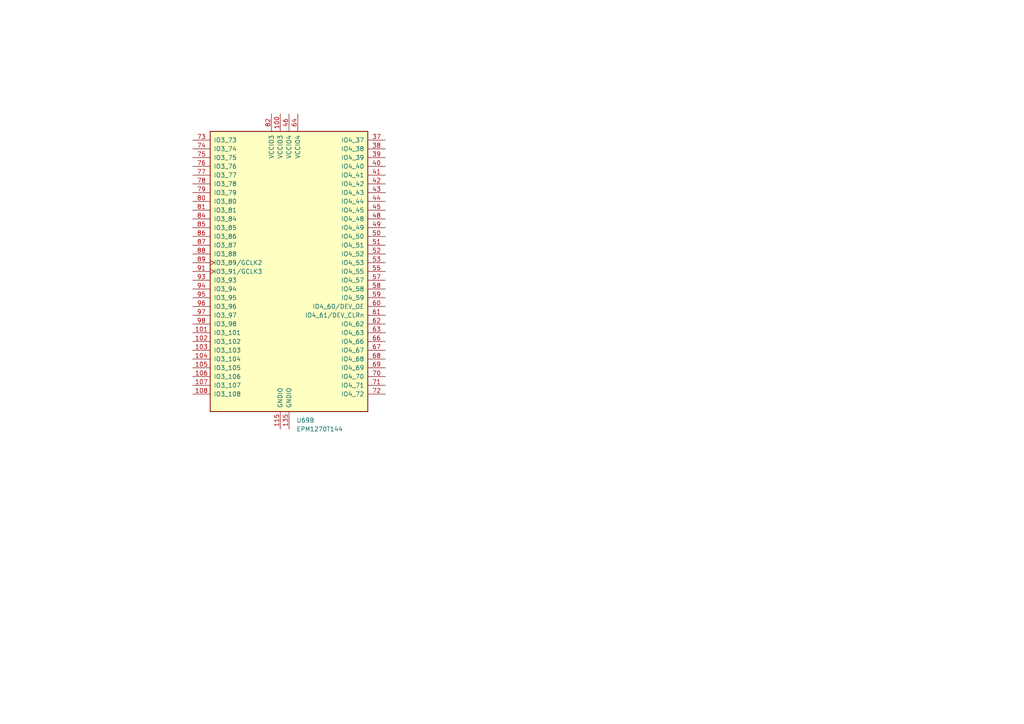
<source format=kicad_sch>
(kicad_sch (version 20250114) (generator "eeschema") (generator_version "9.0")
  (paper "A4")
  (lib_symbols
    (symbol "CPLD_Altera:EPM1270T144" (pin_names (offset 1.016))
      (property "Reference" "U" (at 10.16 41.91 0))
      (property "Value" "EPM1270T144" (at 12.7 -41.91 0))
      (symbol "EPM1270T144_1_1"
        (rectangle (start -22.86 40.64) (end 22.86 -40.64) (stroke (width 0.254)) (fill (type background)))
        (pin bidirectional line (at -27.94 38.1 0) (length 5.08) (name "IO1_1") (number "1"))
        (pin bidirectional line (at -27.94 35.56 0) (length 5.08) (name "IO1_2") (number "2"))
        (pin bidirectional line (at -27.94 33.02 0) (length 5.08) (name "IO1_3") (number "3"))
        (pin bidirectional line (at -27.94 30.48 0) (length 5.08) (name "IO1_4") (number "4"))
        (pin bidirectional line (at -27.94 27.94 0) (length 5.08) (name "IO1_5") (number "5"))
        (pin bidirectional line (at -27.94 25.4 0) (length 5.08) (name "IO1_6") (number "6"))
        (pin bidirectional line (at -27.94 22.86 0) (length 5.08) (name "IO1_7") (number "7"))
        (pin bidirectional line (at -27.94 20.32 0) (length 5.08) (name "IO1_8") (number "8"))
        (pin bidirectional line (at -27.94 17.78 0) (length 5.08) (name "IO1_11") (number "11"))
        (pin bidirectional line (at -27.94 15.24 0) (length 5.08) (name "IO1_12") (number "12"))
        (pin bidirectional line (at -27.94 12.7 0) (length 5.08) (name "IO1_13") (number "13"))
        (pin bidirectional line (at -27.94 10.16 0) (length 5.08) (name "IO1_14") (number "14"))
        (pin bidirectional line (at -27.94 7.62 0) (length 5.08) (name "IO1_15") (number "15"))
        (pin bidirectional line (at -27.94 5.08 0) (length 5.08) (name "IO1_16") (number "16"))
        (pin bidirectional clock (at -27.94 2.54 0) (length 5.08) (name "IO1_18/GCLK0") (number "18"))
        (pin bidirectional clock (at -27.94 0 0) (length 5.08) (name "IO1_20/GCLK1") (number "20"))
        (pin bidirectional line (at -27.94 -2.54 0) (length 5.08) (name "IO1_21") (number "21"))
        (pin bidirectional line (at -27.94 -5.08 0) (length 5.08) (name "IO1_22") (number "22"))
        (pin bidirectional line (at -27.94 -7.62 0) (length 5.08) (name "IO1_23") (number "23"))
        (pin bidirectional line (at -27.94 -10.16 0) (length 5.08) (name "IO1_24") (number "24"))
        (pin bidirectional line (at -27.94 -12.7 0) (length 5.08) (name "IO1_27") (number "27"))
        (pin bidirectional line (at -27.94 -15.24 0) (length 5.08) (name "IO1_28") (number "28"))
        (pin bidirectional line (at -27.94 -17.78 0) (length 5.08) (name "IO1_29") (number "29"))
        (pin bidirectional line (at -27.94 -20.32 0) (length 5.08) (name "IO1_30") (number "30"))
        (pin bidirectional line (at -27.94 -22.86 0) (length 5.08) (name "IO1_31") (number "31"))
        (pin bidirectional line (at -27.94 -25.4 0) (length 5.08) (name "IO1_32") (number "32"))
        (pin input line (at -27.94 -27.94 0) (length 5.08) (name "TMS") (number "33"))
        (pin input line (at -27.94 -30.48 0) (length 5.08) (name "TDI") (number "34"))
        (pin input clock (at -27.94 -33.02 0) (length 5.08) (name "TCK") (number "35"))
        (pin output line (at -27.94 -35.56 0) (length 5.08) (name "TDO") (number "36"))
        (pin power_in line (at -12.7 -45.72 90) (length 5.08) (name "GNDINT") (number "17"))
        (pin power_in line (at -10.16 45.72 270) (length 5.08) (name "VCCINT") (number "19"))
        (pin power_in line (at -10.16 -45.72 90) (length 5.08) (name "GNDINT") (number "54"))
        (pin power_in line (at -7.62 45.72 270) (length 5.08) (name "VCCINT") (number "56"))
        (pin power_in line (at -7.62 -45.72 90) (length 5.08) (name "GNDINT") (number "92"))
        (pin power_in line (at -5.08 45.72 270) (length 5.08) (name "VCCINT") (number "90"))
        (pin power_in line (at -5.08 -45.72 90) (length 5.08) (name "GNDINT") (number "128"))
        (pin power_in line (at -2.54 45.72 270) (length 5.08) (name "VCCINT") (number "126"))
        (pin power_in line (at -2.54 -45.72 90) (length 5.08) (name "GNDIO") (number "10"))
        (pin power_in line (at 0 45.72 270) (length 5.08) (name "VCCIO1") (number "9"))
        (pin power_in line (at 0 -45.72 90) (length 5.08) (name "GNDIO") (number "26"))
        (pin power_in line (at 2.54 45.72 270) (length 5.08) (name "VCCIO1") (number "25"))
        (pin power_in line (at 2.54 -45.72 90) (length 5.08) (name "GNDIO") (number "47"))
        (pin power_in line (at 5.08 45.72 270) (length 5.08) (name "VCCIO2") (number "116"))
        (pin power_in line (at 5.08 -45.72 90) (length 5.08) (name "GNDIO") (number "65"))
        (pin power_in line (at 7.62 45.72 270) (length 5.08) (name "VCCIO2") (number "136"))
        (pin power_in line (at 7.62 -45.72 90) (length 5.08) (name "GNDIO") (number "83"))
        (pin power_in line (at 10.16 -45.72 90) (length 5.08) (name "GNDIO") (number "99"))
        (pin bidirectional line (at 27.94 38.1 180) (length 5.08) (name "IO2_109") (number "109"))
        (pin bidirectional line (at 27.94 35.56 180) (length 5.08) (name "IO2_110") (number "110"))
        (pin bidirectional line (at 27.94 33.02 180) (length 5.08) (name "IO2_111") (number "111"))
        (pin bidirectional line (at 27.94 30.48 180) (length 5.08) (name "IO2_112") (number "112"))
        (pin bidirectional line (at 27.94 27.94 180) (length 5.08) (name "IO2_113") (number "113"))
        (pin bidirectional line (at 27.94 25.4 180) (length 5.08) (name "IO2_114") (number "114"))
        (pin bidirectional line (at 27.94 22.86 180) (length 5.08) (name "IO2_117") (number "117"))
        (pin bidirectional line (at 27.94 20.32 180) (length 5.08) (name "IO2_118") (number "118"))
        (pin bidirectional line (at 27.94 17.78 180) (length 5.08) (name "IO2_119") (number "119"))
        (pin bidirectional line (at 27.94 15.24 180) (length 5.08) (name "IO2_120") (number "120"))
        (pin bidirectional line (at 27.94 12.7 180) (length 5.08) (name "IO2_121") (number "121"))
        (pin bidirectional line (at 27.94 10.16 180) (length 5.08) (name "IO2_122") (number "122"))
        (pin bidirectional line (at 27.94 7.62 180) (length 5.08) (name "IO2_123") (number "123"))
        (pin bidirectional line (at 27.94 5.08 180) (length 5.08) (name "IO2_124") (number "124"))
        (pin bidirectional line (at 27.94 2.54 180) (length 5.08) (name "IO2_125") (number "125"))
        (pin bidirectional line (at 27.94 0 180) (length 5.08) (name "IO2_127") (number "127"))
        (pin bidirectional line (at 27.94 -2.54 180) (length 5.08) (name "IO2_129") (number "129"))
        (pin bidirectional line (at 27.94 -5.08 180) (length 5.08) (name "IO2_130") (number "130"))
        (pin bidirectional line (at 27.94 -7.62 180) (length 5.08) (name "IO2_131") (number "131"))
        (pin bidirectional line (at 27.94 -10.16 180) (length 5.08) (name "IO2_132") (number "132"))
        (pin bidirectional line (at 27.94 -12.7 180) (length 5.08) (name "IO2_133") (number "133"))
        (pin bidirectional line (at 27.94 -15.24 180) (length 5.08) (name "IO2_134") (number "134"))
        (pin bidirectional line (at 27.94 -17.78 180) (length 5.08) (name "IO2_137") (number "137"))
        (pin bidirectional line (at 27.94 -20.32 180) (length 5.08) (name "IO2_138") (number "138"))
        (pin bidirectional line (at 27.94 -22.86 180) (length 5.08) (name "IO2_139") (number "139"))
        (pin bidirectional line (at 27.94 -25.4 180) (length 5.08) (name "IO2_140") (number "140"))
        (pin bidirectional line (at 27.94 -27.94 180) (length 5.08) (name "IO2_141") (number "141"))
        (pin bidirectional line (at 27.94 -30.48 180) (length 5.08) (name "IO2_142") (number "142"))
        (pin bidirectional line (at 27.94 -33.02 180) (length 5.08) (name "IO2_143") (number "143"))
        (pin bidirectional line (at 27.94 -35.56 180) (length 5.08) (name "IO2_144") (number "144"))
      )
      (symbol "EPM1270T144_2_1"
        (rectangle (start -22.86 40.64) (end 22.86 -40.64) (stroke (width 0.254)) (fill (type background)))
        (pin bidirectional line (at -27.94 38.1 0) (length 5.08) (name "IO3_73") (number "73"))
        (pin bidirectional line (at -27.94 35.56 0) (length 5.08) (name "IO3_74") (number "74"))
        (pin bidirectional line (at -27.94 33.02 0) (length 5.08) (name "IO3_75") (number "75"))
        (pin bidirectional line (at -27.94 30.48 0) (length 5.08) (name "IO3_76") (number "76"))
        (pin bidirectional line (at -27.94 27.94 0) (length 5.08) (name "IO3_77") (number "77"))
        (pin bidirectional line (at -27.94 25.4 0) (length 5.08) (name "IO3_78") (number "78"))
        (pin bidirectional line (at -27.94 22.86 0) (length 5.08) (name "IO3_79") (number "79"))
        (pin bidirectional line (at -27.94 20.32 0) (length 5.08) (name "IO3_80") (number "80"))
        (pin bidirectional line (at -27.94 17.78 0) (length 5.08) (name "IO3_81") (number "81"))
        (pin bidirectional line (at -27.94 15.24 0) (length 5.08) (name "IO3_84") (number "84"))
        (pin bidirectional line (at -27.94 12.7 0) (length 5.08) (name "IO3_85") (number "85"))
        (pin bidirectional line (at -27.94 10.16 0) (length 5.08) (name "IO3_86") (number "86"))
        (pin bidirectional line (at -27.94 7.62 0) (length 5.08) (name "IO3_87") (number "87"))
        (pin bidirectional line (at -27.94 5.08 0) (length 5.08) (name "IO3_88") (number "88"))
        (pin bidirectional clock (at -27.94 2.54 0) (length 5.08) (name "IO3_89/GCLK2") (number "89"))
        (pin bidirectional clock (at -27.94 0 0) (length 5.08) (name "IO3_91/GCLK3") (number "91"))
        (pin bidirectional line (at -27.94 -2.54 0) (length 5.08) (name "IO3_93") (number "93"))
        (pin bidirectional line (at -27.94 -5.08 0) (length 5.08) (name "IO3_94") (number "94"))
        (pin bidirectional line (at -27.94 -7.62 0) (length 5.08) (name "IO3_95") (number "95"))
        (pin bidirectional line (at -27.94 -10.16 0) (length 5.08) (name "IO3_96") (number "96"))
        (pin bidirectional line (at -27.94 -12.7 0) (length 5.08) (name "IO3_97") (number "97"))
        (pin bidirectional line (at -27.94 -15.24 0) (length 5.08) (name "IO3_98") (number "98"))
        (pin bidirectional line (at -27.94 -17.78 0) (length 5.08) (name "IO3_101") (number "101"))
        (pin bidirectional line (at -27.94 -20.32 0) (length 5.08) (name "IO3_102") (number "102"))
        (pin bidirectional line (at -27.94 -22.86 0) (length 5.08) (name "IO3_103") (number "103"))
        (pin bidirectional line (at -27.94 -25.4 0) (length 5.08) (name "IO3_104") (number "104"))
        (pin bidirectional line (at -27.94 -27.94 0) (length 5.08) (name "IO3_105") (number "105"))
        (pin bidirectional line (at -27.94 -30.48 0) (length 5.08) (name "IO3_106") (number "106"))
        (pin bidirectional line (at -27.94 -33.02 0) (length 5.08) (name "IO3_107") (number "107"))
        (pin bidirectional line (at -27.94 -35.56 0) (length 5.08) (name "IO3_108") (number "108"))
        (pin power_in line (at -5.08 45.72 270) (length 5.08) (name "VCCIO3") (number "82"))
        (pin power_in line (at -2.54 45.72 270) (length 5.08) (name "VCCIO3") (number "100"))
        (pin power_in line (at -2.54 -45.72 90) (length 5.08) (name "GNDIO") (number "115"))
        (pin power_in line (at 0 45.72 270) (length 5.08) (name "VCCIO4") (number "46"))
        (pin power_in line (at 0 -45.72 90) (length 5.08) (name "GNDIO") (number "135"))
        (pin power_in line (at 2.54 45.72 270) (length 5.08) (name "VCCIO4") (number "64"))
        (pin bidirectional line (at 27.94 38.1 180) (length 5.08) (name "IO4_37") (number "37"))
        (pin bidirectional line (at 27.94 35.56 180) (length 5.08) (name "IO4_38") (number "38"))
        (pin bidirectional line (at 27.94 33.02 180) (length 5.08) (name "IO4_39") (number "39"))
        (pin bidirectional line (at 27.94 30.48 180) (length 5.08) (name "IO4_40") (number "40"))
        (pin bidirectional line (at 27.94 27.94 180) (length 5.08) (name "IO4_41") (number "41"))
        (pin bidirectional line (at 27.94 25.4 180) (length 5.08) (name "IO4_42") (number "42"))
        (pin bidirectional line (at 27.94 22.86 180) (length 5.08) (name "IO4_43") (number "43"))
        (pin bidirectional line (at 27.94 20.32 180) (length 5.08) (name "IO4_44") (number "44"))
        (pin bidirectional line (at 27.94 17.78 180) (length 5.08) (name "IO4_45") (number "45"))
        (pin bidirectional line (at 27.94 15.24 180) (length 5.08) (name "IO4_48") (number "48"))
        (pin bidirectional line (at 27.94 12.7 180) (length 5.08) (name "IO4_49") (number "49"))
        (pin bidirectional line (at 27.94 10.16 180) (length 5.08) (name "IO4_50") (number "50"))
        (pin bidirectional line (at 27.94 7.62 180) (length 5.08) (name "IO4_51") (number "51"))
        (pin bidirectional line (at 27.94 5.08 180) (length 5.08) (name "IO4_52") (number "52"))
        (pin bidirectional line (at 27.94 2.54 180) (length 5.08) (name "IO4_53") (number "53"))
        (pin bidirectional line (at 27.94 0 180) (length 5.08) (name "IO4_55") (number "55"))
        (pin bidirectional line (at 27.94 -2.54 180) (length 5.08) (name "IO4_57") (number "57"))
        (pin bidirectional line (at 27.94 -5.08 180) (length 5.08) (name "IO4_58") (number "58"))
        (pin bidirectional line (at 27.94 -7.62 180) (length 5.08) (name "IO4_59") (number "59"))
        (pin bidirectional line (at 27.94 -10.16 180) (length 5.08) (name "IO4_60/DEV_OE") (number "60"))
        (pin bidirectional line (at 27.94 -12.7 180) (length 5.08) (name "IO4_61/DEV_CLRn") (number "61"))
        (pin bidirectional line (at 27.94 -15.24 180) (length 5.08) (name "IO4_62") (number "62"))
        (pin bidirectional line (at 27.94 -17.78 180) (length 5.08) (name "IO4_63") (number "63"))
        (pin bidirectional line (at 27.94 -20.32 180) (length 5.08) (name "IO4_66") (number "66"))
        (pin bidirectional line (at 27.94 -22.86 180) (length 5.08) (name "IO4_67") (number "67"))
        (pin bidirectional line (at 27.94 -25.4 180) (length 5.08) (name "IO4_68") (number "68"))
        (pin bidirectional line (at 27.94 -27.94 180) (length 5.08) (name "IO4_69") (number "69"))
        (pin bidirectional line (at 27.94 -30.48 180) (length 5.08) (name "IO4_70") (number "70"))
        (pin bidirectional line (at 27.94 -33.02 180) (length 5.08) (name "IO4_71") (number "71"))
        (pin bidirectional line (at 27.94 -35.56 180) (length 5.08) (name "IO4_72") (number "72"))
      )
    )
  )
  (symbol (lib_id "CPLD_Altera:EPM1270T144") (at 83.82 78.74 0) (unit 2)
    (property "Reference" "U69" (at 85.9633 121.92 0) (effects (justify left)))
    (property "Value" "EPM1270T144" (at 85.9633 124.46 0) (effects (justify left)))
    (property "Footprint" "Package_QFP:LQFP-144_20x20mm_P0.5mm" (effects (hide yes)))
    (property "Datasheet" "https://www.altera.com/content/dam/altera-www/global/en_US/pdfs/literature/hb/max2/max2_mii5v1.pdf" (effects (hide yes)))
    (property "Description" "Altera MAX2 CPLD with 1270 LE" (effects (hide yes)))
  )
)
</source>
